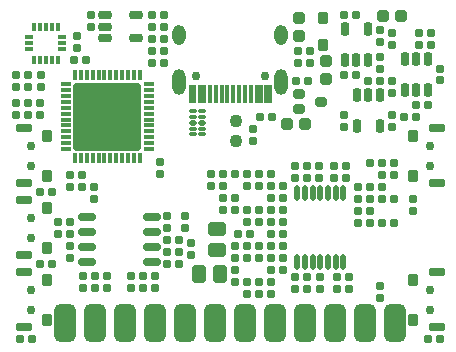
<source format=gts>
G04*
G04 #@! TF.GenerationSoftware,Altium Limited,Altium Designer,19.1.5 (86)*
G04*
G04 Layer_Color=8388736*
%FSLAX25Y25*%
%MOIN*%
G70*
G01*
G75*
G04:AMPARAMS|DCode=44|XSize=11.87mil|YSize=24.67mil|CornerRadius=3.97mil|HoleSize=0mil|Usage=FLASHONLY|Rotation=90.000|XOffset=0mil|YOffset=0mil|HoleType=Round|Shape=RoundedRectangle|*
%AMROUNDEDRECTD44*
21,1,0.01187,0.01673,0,0,90.0*
21,1,0.00394,0.02467,0,0,90.0*
1,1,0.00794,0.00837,0.00197*
1,1,0.00794,0.00837,-0.00197*
1,1,0.00794,-0.00837,-0.00197*
1,1,0.00794,-0.00837,0.00197*
%
%ADD44ROUNDEDRECTD44*%
G04:AMPARAMS|DCode=45|XSize=19.75mil|YSize=24.67mil|CornerRadius=5.94mil|HoleSize=0mil|Usage=FLASHONLY|Rotation=90.000|XOffset=0mil|YOffset=0mil|HoleType=Round|Shape=RoundedRectangle|*
%AMROUNDEDRECTD45*
21,1,0.01975,0.01280,0,0,90.0*
21,1,0.00787,0.02467,0,0,90.0*
1,1,0.01187,0.00640,0.00394*
1,1,0.01187,0.00640,-0.00394*
1,1,0.01187,-0.00640,-0.00394*
1,1,0.01187,-0.00640,0.00394*
%
%ADD45ROUNDEDRECTD45*%
G04:AMPARAMS|DCode=46|XSize=39.43mil|YSize=35.5mil|CornerRadius=5.94mil|HoleSize=0mil|Usage=FLASHONLY|Rotation=90.000|XOffset=0mil|YOffset=0mil|HoleType=Round|Shape=RoundedRectangle|*
%AMROUNDEDRECTD46*
21,1,0.03943,0.02362,0,0,90.0*
21,1,0.02756,0.03550,0,0,90.0*
1,1,0.01187,0.01181,0.01378*
1,1,0.01187,0.01181,-0.01378*
1,1,0.01187,-0.01181,-0.01378*
1,1,0.01187,-0.01181,0.01378*
%
%ADD46ROUNDEDRECTD46*%
G04:AMPARAMS|DCode=47|XSize=39mil|YSize=39mil|CornerRadius=6.38mil|HoleSize=0mil|Usage=FLASHONLY|Rotation=270.000|XOffset=0mil|YOffset=0mil|HoleType=Round|Shape=RoundedRectangle|*
%AMROUNDEDRECTD47*
21,1,0.03900,0.02625,0,0,270.0*
21,1,0.02625,0.03900,0,0,270.0*
1,1,0.01275,-0.01313,-0.01313*
1,1,0.01275,-0.01313,0.01313*
1,1,0.01275,0.01313,0.01313*
1,1,0.01275,0.01313,-0.01313*
%
%ADD47ROUNDEDRECTD47*%
G04:AMPARAMS|DCode=48|XSize=31.56mil|YSize=39.43mil|CornerRadius=8.89mil|HoleSize=0mil|Usage=FLASHONLY|Rotation=90.000|XOffset=0mil|YOffset=0mil|HoleType=Round|Shape=RoundedRectangle|*
%AMROUNDEDRECTD48*
21,1,0.03156,0.02165,0,0,90.0*
21,1,0.01378,0.03943,0,0,90.0*
1,1,0.01778,0.01083,0.00689*
1,1,0.01778,0.01083,-0.00689*
1,1,0.01778,-0.01083,-0.00689*
1,1,0.01778,-0.01083,0.00689*
%
%ADD48ROUNDEDRECTD48*%
G04:AMPARAMS|DCode=49|XSize=39mil|YSize=39mil|CornerRadius=6.38mil|HoleSize=0mil|Usage=FLASHONLY|Rotation=180.000|XOffset=0mil|YOffset=0mil|HoleType=Round|Shape=RoundedRectangle|*
%AMROUNDEDRECTD49*
21,1,0.03900,0.02625,0,0,180.0*
21,1,0.02625,0.03900,0,0,180.0*
1,1,0.01275,-0.01313,0.01313*
1,1,0.01275,0.01313,0.01313*
1,1,0.01275,0.01313,-0.01313*
1,1,0.01275,-0.01313,-0.01313*
%
%ADD49ROUNDEDRECTD49*%
%ADD50O,0.01817X0.05361*%
%ADD51O,0.06109X0.02762*%
G04:AMPARAMS|DCode=52|XSize=27.62mil|YSize=43.37mil|CornerRadius=7.91mil|HoleSize=0mil|Usage=FLASHONLY|Rotation=90.000|XOffset=0mil|YOffset=0mil|HoleType=Round|Shape=RoundedRectangle|*
%AMROUNDEDRECTD52*
21,1,0.02762,0.02756,0,0,90.0*
21,1,0.01181,0.04337,0,0,90.0*
1,1,0.01581,0.01378,0.00591*
1,1,0.01581,0.01378,-0.00591*
1,1,0.01581,-0.01378,-0.00591*
1,1,0.01581,-0.01378,0.00591*
%
%ADD52ROUNDEDRECTD52*%
%ADD53R,0.03156X0.01502*%
%ADD54R,0.01502X0.03156*%
G04:AMPARAMS|DCode=55|XSize=27.62mil|YSize=43.37mil|CornerRadius=7.91mil|HoleSize=0mil|Usage=FLASHONLY|Rotation=180.000|XOffset=0mil|YOffset=0mil|HoleType=Round|Shape=RoundedRectangle|*
%AMROUNDEDRECTD55*
21,1,0.02762,0.02756,0,0,180.0*
21,1,0.01181,0.04337,0,0,180.0*
1,1,0.01581,-0.00591,0.01378*
1,1,0.01581,0.00591,0.01378*
1,1,0.01581,0.00591,-0.01378*
1,1,0.01581,-0.00591,-0.01378*
%
%ADD55ROUNDEDRECTD55*%
G04:AMPARAMS|DCode=56|XSize=63.06mil|YSize=15.81mil|CornerRadius=4.95mil|HoleSize=0mil|Usage=FLASHONLY|Rotation=270.000|XOffset=0mil|YOffset=0mil|HoleType=Round|Shape=RoundedRectangle|*
%AMROUNDEDRECTD56*
21,1,0.06306,0.00591,0,0,270.0*
21,1,0.05315,0.01581,0,0,270.0*
1,1,0.00991,-0.00295,-0.02657*
1,1,0.00991,-0.00295,0.02657*
1,1,0.00991,0.00295,0.02657*
1,1,0.00991,0.00295,-0.02657*
%
%ADD56ROUNDEDRECTD56*%
G04:AMPARAMS|DCode=57|XSize=70.93mil|YSize=126.05mil|CornerRadius=18.73mil|HoleSize=0mil|Usage=FLASHONLY|Rotation=180.000|XOffset=0mil|YOffset=0mil|HoleType=Round|Shape=RoundedRectangle|*
%AMROUNDEDRECTD57*
21,1,0.07093,0.08858,0,0,180.0*
21,1,0.03347,0.12605,0,0,180.0*
1,1,0.03746,-0.01673,0.04429*
1,1,0.03746,0.01673,0.04429*
1,1,0.03746,0.01673,-0.04429*
1,1,0.03746,-0.01673,-0.04429*
%
%ADD57ROUNDEDRECTD57*%
G04:AMPARAMS|DCode=58|XSize=51.24mil|YSize=27.62mil|CornerRadius=4.95mil|HoleSize=0mil|Usage=FLASHONLY|Rotation=180.000|XOffset=0mil|YOffset=0mil|HoleType=Round|Shape=RoundedRectangle|*
%AMROUNDEDRECTD58*
21,1,0.05124,0.01772,0,0,180.0*
21,1,0.04134,0.02762,0,0,180.0*
1,1,0.00991,-0.02067,0.00886*
1,1,0.00991,0.02067,0.00886*
1,1,0.00991,0.02067,-0.00886*
1,1,0.00991,-0.02067,-0.00886*
%
%ADD58ROUNDEDRECTD58*%
G04:AMPARAMS|DCode=59|XSize=35.5mil|YSize=39.43mil|CornerRadius=5.94mil|HoleSize=0mil|Usage=FLASHONLY|Rotation=180.000|XOffset=0mil|YOffset=0mil|HoleType=Round|Shape=RoundedRectangle|*
%AMROUNDEDRECTD59*
21,1,0.03550,0.02756,0,0,180.0*
21,1,0.02362,0.03943,0,0,180.0*
1,1,0.01187,-0.01181,0.01378*
1,1,0.01187,0.01181,0.01378*
1,1,0.01187,0.01181,-0.01378*
1,1,0.01187,-0.01181,-0.01378*
%
%ADD59ROUNDEDRECTD59*%
G04:AMPARAMS|DCode=60|XSize=27.62mil|YSize=27.62mil|CornerRadius=4.36mil|HoleSize=0mil|Usage=FLASHONLY|Rotation=270.000|XOffset=0mil|YOffset=0mil|HoleType=Round|Shape=RoundedRectangle|*
%AMROUNDEDRECTD60*
21,1,0.02762,0.01890,0,0,270.0*
21,1,0.01890,0.02762,0,0,270.0*
1,1,0.00872,-0.00945,-0.00945*
1,1,0.00872,-0.00945,0.00945*
1,1,0.00872,0.00945,0.00945*
1,1,0.00872,0.00945,-0.00945*
%
%ADD60ROUNDEDRECTD60*%
G04:AMPARAMS|DCode=61|XSize=46.5mil|YSize=59mil|CornerRadius=6.25mil|HoleSize=0mil|Usage=FLASHONLY|Rotation=180.000|XOffset=0mil|YOffset=0mil|HoleType=Round|Shape=RoundedRectangle|*
%AMROUNDEDRECTD61*
21,1,0.04650,0.04650,0,0,180.0*
21,1,0.03400,0.05900,0,0,180.0*
1,1,0.01250,-0.01700,0.02325*
1,1,0.01250,0.01700,0.02325*
1,1,0.01250,0.01700,-0.02325*
1,1,0.01250,-0.01700,-0.02325*
%
%ADD61ROUNDEDRECTD61*%
G04:AMPARAMS|DCode=62|XSize=35.5mil|YSize=15.81mil|CornerRadius=4.95mil|HoleSize=0mil|Usage=FLASHONLY|Rotation=0.000|XOffset=0mil|YOffset=0mil|HoleType=Round|Shape=RoundedRectangle|*
%AMROUNDEDRECTD62*
21,1,0.03550,0.00591,0,0,0.0*
21,1,0.02559,0.01581,0,0,0.0*
1,1,0.00991,0.01280,-0.00295*
1,1,0.00991,-0.01280,-0.00295*
1,1,0.00991,-0.01280,0.00295*
1,1,0.00991,0.01280,0.00295*
%
%ADD62ROUNDEDRECTD62*%
G04:AMPARAMS|DCode=63|XSize=35.5mil|YSize=15.81mil|CornerRadius=4.95mil|HoleSize=0mil|Usage=FLASHONLY|Rotation=90.000|XOffset=0mil|YOffset=0mil|HoleType=Round|Shape=RoundedRectangle|*
%AMROUNDEDRECTD63*
21,1,0.03550,0.00591,0,0,90.0*
21,1,0.02559,0.01581,0,0,90.0*
1,1,0.00991,0.00295,0.01280*
1,1,0.00991,0.00295,-0.01280*
1,1,0.00991,-0.00295,-0.01280*
1,1,0.00991,-0.00295,0.01280*
%
%ADD63ROUNDEDRECTD63*%
G04:AMPARAMS|DCode=64|XSize=224.47mil|YSize=224.47mil|CornerRadius=7.51mil|HoleSize=0mil|Usage=FLASHONLY|Rotation=0.000|XOffset=0mil|YOffset=0mil|HoleType=Round|Shape=RoundedRectangle|*
%AMROUNDEDRECTD64*
21,1,0.22447,0.20945,0,0,0.0*
21,1,0.20945,0.22447,0,0,0.0*
1,1,0.01502,0.10472,-0.10472*
1,1,0.01502,-0.10472,-0.10472*
1,1,0.01502,-0.10472,0.10472*
1,1,0.01502,0.10472,0.10472*
%
%ADD64ROUNDEDRECTD64*%
G04:AMPARAMS|DCode=65|XSize=27.62mil|YSize=27.62mil|CornerRadius=4.36mil|HoleSize=0mil|Usage=FLASHONLY|Rotation=180.000|XOffset=0mil|YOffset=0mil|HoleType=Round|Shape=RoundedRectangle|*
%AMROUNDEDRECTD65*
21,1,0.02762,0.01890,0,0,180.0*
21,1,0.01890,0.02762,0,0,180.0*
1,1,0.00872,-0.00945,0.00945*
1,1,0.00872,0.00945,0.00945*
1,1,0.00872,0.00945,-0.00945*
1,1,0.00872,-0.00945,-0.00945*
%
%ADD65ROUNDEDRECTD65*%
G04:AMPARAMS|DCode=66|XSize=46.5mil|YSize=59mil|CornerRadius=6.25mil|HoleSize=0mil|Usage=FLASHONLY|Rotation=270.000|XOffset=0mil|YOffset=0mil|HoleType=Round|Shape=RoundedRectangle|*
%AMROUNDEDRECTD66*
21,1,0.04650,0.04650,0,0,270.0*
21,1,0.03400,0.05900,0,0,270.0*
1,1,0.01250,-0.02325,-0.01700*
1,1,0.01250,-0.02325,0.01700*
1,1,0.01250,0.02325,0.01700*
1,1,0.01250,0.02325,-0.01700*
%
%ADD66ROUNDEDRECTD66*%
%ADD67C,0.04337*%
%ADD68O,0.04337X0.06699*%
%ADD69O,0.04337X0.08668*%
%ADD70C,0.02959*%
D44*
X-12526Y33031D02*
D03*
Y31063D02*
D03*
X-9474Y38937D02*
D03*
Y36968D02*
D03*
X-12526Y38937D02*
D03*
Y36968D02*
D03*
X-9474Y31063D02*
D03*
Y33031D02*
D03*
D45*
X-12526Y35000D02*
D03*
X-9474D02*
D03*
D46*
X31000Y70028D02*
D03*
Y60972D02*
D03*
D47*
X23000Y64000D02*
D03*
Y70000D02*
D03*
X32000Y55500D02*
D03*
Y49500D02*
D03*
D48*
X30240Y42000D02*
D03*
X22760Y39441D02*
D03*
Y44559D02*
D03*
D49*
X19000Y34500D02*
D03*
X25000D02*
D03*
X51000Y70500D02*
D03*
X57000D02*
D03*
D50*
X22323Y-11417D02*
D03*
X24882D02*
D03*
X27441D02*
D03*
X30000D02*
D03*
X32559D02*
D03*
X35118D02*
D03*
X37677D02*
D03*
X22323Y11417D02*
D03*
X24882D02*
D03*
X27441D02*
D03*
X30000D02*
D03*
X32559D02*
D03*
X35118D02*
D03*
X37677D02*
D03*
D51*
X-26272Y-11500D02*
D03*
Y-6500D02*
D03*
Y-1500D02*
D03*
Y3500D02*
D03*
X-47728Y-11500D02*
D03*
Y-6500D02*
D03*
Y-1500D02*
D03*
Y3500D02*
D03*
D52*
X-31343Y70740D02*
D03*
Y63260D02*
D03*
X-41658D02*
D03*
Y67000D02*
D03*
Y70740D02*
D03*
D53*
X-67012Y59531D02*
D03*
Y61500D02*
D03*
Y63468D02*
D03*
X-55988D02*
D03*
Y61500D02*
D03*
Y59531D02*
D03*
D54*
X-65437Y67012D02*
D03*
X-63468D02*
D03*
X-61500D02*
D03*
X-59531D02*
D03*
X-57563D02*
D03*
Y55988D02*
D03*
X-59531D02*
D03*
X-61500D02*
D03*
X-63468D02*
D03*
X-65437D02*
D03*
D55*
X38260Y66158D02*
D03*
X45740D02*
D03*
Y55843D02*
D03*
X42000D02*
D03*
X38260D02*
D03*
X62000Y56157D02*
D03*
X58260Y45842D02*
D03*
X62000D02*
D03*
X65740D02*
D03*
Y56157D02*
D03*
X58260D02*
D03*
X49740Y44157D02*
D03*
X46000D02*
D03*
X42260D02*
D03*
Y33843D02*
D03*
X49740D02*
D03*
D56*
X13189Y44421D02*
D03*
X12008D02*
D03*
X10039D02*
D03*
X8858D02*
D03*
X6890D02*
D03*
X4921D02*
D03*
X2953D02*
D03*
X984D02*
D03*
X-984D02*
D03*
X-2953D02*
D03*
X-4921D02*
D03*
X-6890D02*
D03*
X-8858D02*
D03*
X-10039D02*
D03*
X-12008D02*
D03*
X-13189D02*
D03*
D57*
X-55000Y-31929D02*
D03*
X-45000D02*
D03*
X-35000D02*
D03*
X-25000D02*
D03*
X-15000D02*
D03*
X-5000D02*
D03*
X5000D02*
D03*
X15000D02*
D03*
X25000D02*
D03*
X35000D02*
D03*
X45000D02*
D03*
X55000D02*
D03*
D58*
X-68862Y33055D02*
D03*
Y14945D02*
D03*
Y-14945D02*
D03*
Y-33055D02*
D03*
Y9055D02*
D03*
Y-9055D02*
D03*
X68862Y-33055D02*
D03*
Y-14945D02*
D03*
Y14945D02*
D03*
Y33055D02*
D03*
D59*
X-60988Y30693D02*
D03*
Y17307D02*
D03*
Y-17307D02*
D03*
Y-30693D02*
D03*
Y6693D02*
D03*
Y-6693D02*
D03*
X60988Y-30693D02*
D03*
Y-17307D02*
D03*
Y17307D02*
D03*
Y30693D02*
D03*
D60*
X50000Y53031D02*
D03*
Y56968D02*
D03*
X-50968Y63968D02*
D03*
Y60031D02*
D03*
X46500Y9532D02*
D03*
Y13468D02*
D03*
X-57500Y-1969D02*
D03*
Y1969D02*
D03*
X13500Y-10031D02*
D03*
Y-13969D02*
D03*
X-17000Y-7969D02*
D03*
Y-4031D02*
D03*
X1500Y6032D02*
D03*
Y9968D02*
D03*
X46500Y1531D02*
D03*
Y5469D02*
D03*
X29500Y16532D02*
D03*
Y20469D02*
D03*
X-13000Y-5032D02*
D03*
Y-8969D02*
D03*
X-21000Y3968D02*
D03*
Y32D02*
D03*
X-63000Y47032D02*
D03*
Y50968D02*
D03*
X-22000Y67000D02*
D03*
Y70937D02*
D03*
X50000Y62032D02*
D03*
Y65969D02*
D03*
X54000Y33531D02*
D03*
Y37468D02*
D03*
X38000Y33531D02*
D03*
Y37468D02*
D03*
X70000Y49063D02*
D03*
Y53000D02*
D03*
X54000Y48968D02*
D03*
Y45031D02*
D03*
Y61032D02*
D03*
Y64969D02*
D03*
X-53500Y1969D02*
D03*
Y-1969D02*
D03*
X13500Y-21969D02*
D03*
Y-18032D02*
D03*
X1500Y-6032D02*
D03*
Y-9968D02*
D03*
Y-17968D02*
D03*
Y-14031D02*
D03*
X17500Y-13969D02*
D03*
Y-10031D02*
D03*
X-53500Y-6032D02*
D03*
Y-9968D02*
D03*
X-45500Y13468D02*
D03*
Y9532D02*
D03*
X-49000Y-16032D02*
D03*
Y-19969D02*
D03*
X-2500Y6032D02*
D03*
Y9968D02*
D03*
X-21000Y-4031D02*
D03*
Y-7969D02*
D03*
X-15000Y3968D02*
D03*
Y32D02*
D03*
X17500Y13969D02*
D03*
Y10031D02*
D03*
X-25000Y-16032D02*
D03*
Y-19969D02*
D03*
X50500Y13532D02*
D03*
Y17469D02*
D03*
X54500Y17531D02*
D03*
Y21468D02*
D03*
X42500Y5469D02*
D03*
Y1531D02*
D03*
Y13468D02*
D03*
Y9532D02*
D03*
X7500Y29032D02*
D03*
Y32969D02*
D03*
X-26000Y67032D02*
D03*
Y70969D02*
D03*
X-67500Y47032D02*
D03*
Y50968D02*
D03*
X-63500Y37500D02*
D03*
Y41437D02*
D03*
X-67500Y37532D02*
D03*
Y41469D02*
D03*
X-71500Y37532D02*
D03*
Y41469D02*
D03*
X61000Y5531D02*
D03*
Y9469D02*
D03*
X-71500Y50968D02*
D03*
Y47032D02*
D03*
X63000Y61032D02*
D03*
Y64969D02*
D03*
X-46500Y70969D02*
D03*
Y67032D02*
D03*
X-23500Y21969D02*
D03*
Y18032D02*
D03*
X67000Y64969D02*
D03*
Y61032D02*
D03*
X50000Y-23469D02*
D03*
Y-19532D02*
D03*
X30000Y-16532D02*
D03*
Y-20469D02*
D03*
X13500Y10031D02*
D03*
Y13969D02*
D03*
D61*
X-10626Y-15500D02*
D03*
X-3374D02*
D03*
D62*
X-54779Y47827D02*
D03*
Y45858D02*
D03*
Y43890D02*
D03*
Y41921D02*
D03*
Y39953D02*
D03*
Y37984D02*
D03*
Y36016D02*
D03*
Y34047D02*
D03*
Y32079D02*
D03*
Y30110D02*
D03*
Y28142D02*
D03*
Y26173D02*
D03*
X-27220D02*
D03*
Y28142D02*
D03*
Y30110D02*
D03*
Y32079D02*
D03*
Y34047D02*
D03*
Y36016D02*
D03*
Y37984D02*
D03*
Y39953D02*
D03*
Y41921D02*
D03*
Y43890D02*
D03*
Y45858D02*
D03*
Y47827D02*
D03*
D63*
X-51827Y23221D02*
D03*
X-49858D02*
D03*
X-47890D02*
D03*
X-45921D02*
D03*
X-43953D02*
D03*
X-41984D02*
D03*
X-40016D02*
D03*
X-38047D02*
D03*
X-36079D02*
D03*
X-34110D02*
D03*
X-32142D02*
D03*
X-30173D02*
D03*
Y50780D02*
D03*
X-32142D02*
D03*
X-34110D02*
D03*
X-36079D02*
D03*
X-38047D02*
D03*
X-40016D02*
D03*
X-41984D02*
D03*
X-43953D02*
D03*
X-45921D02*
D03*
X-47890D02*
D03*
X-49858D02*
D03*
X-51827D02*
D03*
D64*
X-41000Y37000D02*
D03*
D65*
X21531Y-16500D02*
D03*
X25469D02*
D03*
X-49531Y13500D02*
D03*
X-53469D02*
D03*
X5531Y-6000D02*
D03*
X9469D02*
D03*
X13532Y-2000D02*
D03*
X17469D02*
D03*
X-44969Y-16000D02*
D03*
X-41032D02*
D03*
X21531Y16500D02*
D03*
X25469D02*
D03*
X13532Y2000D02*
D03*
X17469D02*
D03*
X-29032Y-16000D02*
D03*
X-32969D02*
D03*
X38469Y16500D02*
D03*
X34532D02*
D03*
X-2531Y18000D02*
D03*
X-6469D02*
D03*
X61968Y37000D02*
D03*
X58031D02*
D03*
X-26000Y63000D02*
D03*
X-22063D02*
D03*
X10031Y37000D02*
D03*
X13969D02*
D03*
X26469Y55000D02*
D03*
X22532D02*
D03*
X26469Y59000D02*
D03*
X22532D02*
D03*
X38032Y51000D02*
D03*
X41969D02*
D03*
X38032Y71000D02*
D03*
X41969D02*
D03*
X49968Y49000D02*
D03*
X46031D02*
D03*
X62032Y41000D02*
D03*
X65969D02*
D03*
X25469Y-20500D02*
D03*
X21531D02*
D03*
X-49531Y17500D02*
D03*
X-53469D02*
D03*
X9469Y-10000D02*
D03*
X5531D02*
D03*
X9469Y-18000D02*
D03*
X5531D02*
D03*
X6469Y-2000D02*
D03*
X2531D02*
D03*
X17469Y-6000D02*
D03*
X13532D02*
D03*
X5531Y-22000D02*
D03*
X9469D02*
D03*
X-44969Y-20000D02*
D03*
X-41032D02*
D03*
X25469Y20500D02*
D03*
X21531D02*
D03*
X9469Y6000D02*
D03*
X5531D02*
D03*
X9469Y14000D02*
D03*
X5531D02*
D03*
X5469Y18000D02*
D03*
X1531D02*
D03*
X9469Y2000D02*
D03*
X5531D02*
D03*
X17469Y6000D02*
D03*
X13532D02*
D03*
X-20968Y-12000D02*
D03*
X-17031D02*
D03*
X9532Y18000D02*
D03*
X13468D02*
D03*
X-29032Y-20000D02*
D03*
X-32969D02*
D03*
X34532Y20500D02*
D03*
X38469D02*
D03*
X-2531Y14000D02*
D03*
X-6469D02*
D03*
X50532Y9500D02*
D03*
X54469D02*
D03*
X50532Y1500D02*
D03*
X54469D02*
D03*
X50468Y21500D02*
D03*
X46532D02*
D03*
X35531Y-16500D02*
D03*
X39469D02*
D03*
X35531Y-20500D02*
D03*
X39469D02*
D03*
X-25969Y59000D02*
D03*
X-22031D02*
D03*
X22031Y49000D02*
D03*
X25969D02*
D03*
X69968Y-37000D02*
D03*
X66031D02*
D03*
X-63468Y12000D02*
D03*
X-59531D02*
D03*
X-63468Y-12000D02*
D03*
X-59531D02*
D03*
X-69968Y-37000D02*
D03*
X-66031D02*
D03*
X-25969Y55000D02*
D03*
X-22031D02*
D03*
X-52000Y56000D02*
D03*
X-48063D02*
D03*
D66*
X-4500Y-7626D02*
D03*
Y-374D02*
D03*
D67*
X2000Y35500D02*
D03*
Y29000D02*
D03*
D68*
X-17028Y64264D02*
D03*
X17028D02*
D03*
D69*
Y48516D02*
D03*
X-17028D02*
D03*
D70*
X-11378Y50484D02*
D03*
X11378D02*
D03*
X-66500Y20653D02*
D03*
Y27347D02*
D03*
Y-27347D02*
D03*
Y-20653D02*
D03*
Y-3347D02*
D03*
Y3347D02*
D03*
X66500Y-20653D02*
D03*
Y-27347D02*
D03*
Y27347D02*
D03*
Y20653D02*
D03*
M02*

</source>
